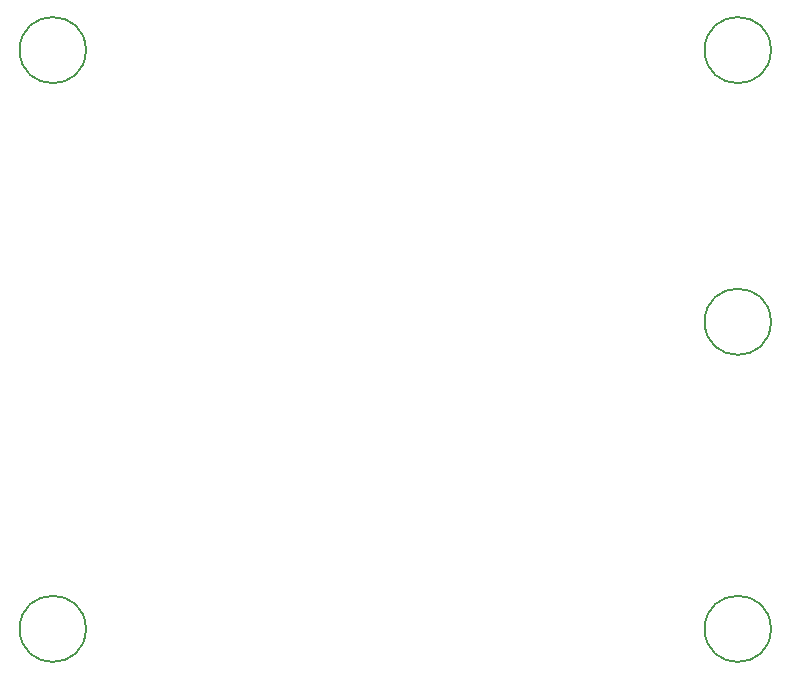
<source format=gbr>
%TF.GenerationSoftware,KiCad,Pcbnew,7.0.9*%
%TF.CreationDate,2024-05-30T14:00:04-07:00*%
%TF.ProjectId,WSPRzero,57535052-7a65-4726-9f2e-6b696361645f,rev?*%
%TF.SameCoordinates,Original*%
%TF.FileFunction,Other,Comment*%
%FSLAX46Y46*%
G04 Gerber Fmt 4.6, Leading zero omitted, Abs format (unit mm)*
G04 Created by KiCad (PCBNEW 7.0.9) date 2024-05-30 14:00:04*
%MOMM*%
%LPD*%
G01*
G04 APERTURE LIST*
%ADD10C,0.150000*%
G04 APERTURE END LIST*
D10*
%TO.C,H3*%
X114300000Y-76500000D02*
G75*
G03*
X114300000Y-76500000I-2800000J0D01*
G01*
%TO.C,H2*%
X114300000Y-53500000D02*
G75*
G03*
X114300000Y-53500000I-2800000J0D01*
G01*
%TO.C,H1*%
X56300000Y-53500000D02*
G75*
G03*
X56300000Y-53500000I-2800000J0D01*
G01*
%TO.C,H5*%
X56300000Y-102500000D02*
G75*
G03*
X56300000Y-102500000I-2800000J0D01*
G01*
%TO.C,H4*%
X114300000Y-102500000D02*
G75*
G03*
X114300000Y-102500000I-2800000J0D01*
G01*
%TD*%
M02*

</source>
